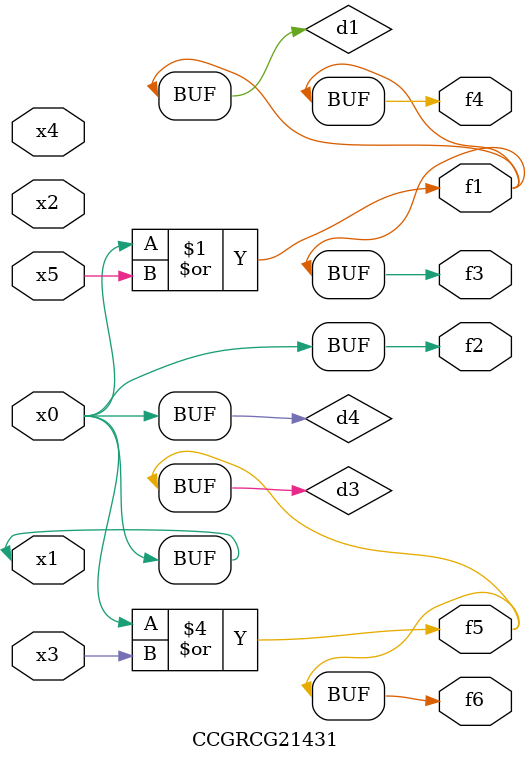
<source format=v>
module CCGRCG21431(
	input x0, x1, x2, x3, x4, x5,
	output f1, f2, f3, f4, f5, f6
);

	wire d1, d2, d3, d4;

	or (d1, x0, x5);
	xnor (d2, x1, x4);
	or (d3, x0, x3);
	buf (d4, x0, x1);
	assign f1 = d1;
	assign f2 = d4;
	assign f3 = d1;
	assign f4 = d1;
	assign f5 = d3;
	assign f6 = d3;
endmodule

</source>
